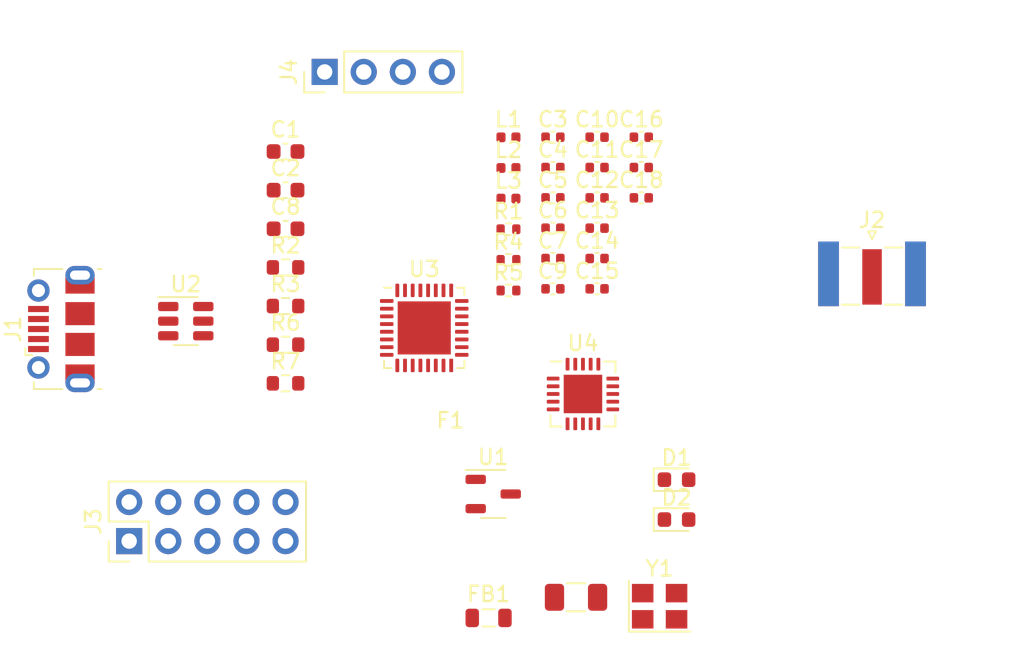
<source format=kicad_pcb>
(kicad_pcb (version 20221018) (generator pcbnew)
  (layers (0 "F.Cu" signal) (31 "B.Cu" signal) (34 "B.Paste" user) (35 "F.Paste" user) (36 "B.SilkS" user "B.Silkscreen") (37 "F.SilkS" user "F.Silkscreen") (38 "B.Mask" user) (39 "F.Mask" user) (44 "Edge.Cuts" user))
  (net 0 "")
  (net 1 "+3V3")
  (net 2 "I2C1_SDA")
  (net 3 "I2C1_SCL")
  (net 4 "Net-(D2-K)")
  (net 5 "GND")
  (net 6 "Net-(D1-K)")
  (net 7 "NRF_XC2")
  (net 8 "NRF_XC1")
  (net 9 "Net-(U4-IREF)")
  (net 10 "Net-(U3-PH3)")
  (net 11 "USB_D+")
  (net 12 "USB_D-")
  (net 13 "USB_CONN_D-")
  (net 14 "+5V")
  (net 15 "USB_CONN_D+")
  (net 16 "Net-(U1-VI)")
  (net 19 "NRST")
  (net 22 "Net-(D2-A)")
  (net 23 "Net-(D1-A)")
  (net 31 "SWDIO")
  (net 32 "SWCLK")
  (net 33 "NRF_IRQ")
  (net 34 "SPI3_SCK")
  (net 35 "SPI3_MISO")
  (net 36 "SPI3_MOSI")
  (net 37 "SPI3_CS")
  (net 38 "NRF_CE")
  (net 39 "NRF_VDD_PA")
  (net 40 "NRF_ANT1")
  (net 41 "NRF_ANT2")
  (net 42 "Net-(U4-DVDD)")
  (net 43 "Net-(F1-Pad2)")
  (net 44 "Net-(C15-Pad2)")
  (net 50 "Net-(J2-In)")
  (footprint "Inductor_SMD:L_0402_1005Metric" (layer "F.Cu") (at 123.7 43.79)
    (fp_text reference "L3" (at 0 -1.17) (layer "F.SilkS"))
    (fp_text value "2n7")
    (pad "1" smd roundrect (at -0.485 0) (size 0.59 0.64) (layers "F.Cu" "F.Paste" "F.Mask") (net 39 "NRF_VDD_PA"))
    (pad "2" smd roundrect (at 0.485 0) (size 0.59 0.64) (layers "F.Cu" "F.Paste" "F.Mask") (net 40 "NRF_ANT1"))
  )
  (footprint "Capacitor_SMD:C_0603_1608Metric" (layer "F.Cu") (at 109.22 45.75)
    (fp_text reference "C8" (at 0 -1.43) (layer "F.SilkS"))
    (fp_text value "10u")
    (fp_line (start -0.14058 -0.51) (end 0.14058 -0.51) (stroke (width 0.12)) (layer "F.SilkS"))
    (fp_line (start -0.14058 0.51) (end 0.14058 0.51) (stroke (width 0.12)) (layer "F.SilkS"))
    (pad "1" smd roundrect (at -0.775 0) (size 0.9 0.95) (layers "F.Cu" "F.Paste" "F.Mask") (net 1 "+3V3"))
    (pad "2" smd roundrect (at 0.775 0) (size 0.9 0.95) (layers "F.Cu" "F.Paste" "F.Mask") (net 5 "GND"))
  )
  (footprint "LED_SMD:LED_0603_1608Metric" (layer "F.Cu") (at 134.62 64.64)
    (fp_text reference "D2" (at 0 -1.43) (layer "F.SilkS"))
    (fp_text value "BLUE")
    (fp_line (start -1.485 -0.735) (end -1.485 0.735) (stroke (width 0.12)) (layer "F.SilkS"))
    (fp_line (start -1.485 0.735) (end 0.8 0.735) (stroke (width 0.12)) (layer "F.SilkS"))
    (fp_line (start 0.8 -0.735) (end -1.485 -0.735) (stroke (width 0.12)) (layer "F.SilkS"))
    (pad "1" smd roundrect (at -0.7875 0) (size 0.875 0.95) (layers "F.Cu" "F.Paste" "F.Mask") (net 4 "Net-(D2-K)"))
    (pad "2" smd roundrect (at 0.7875 0) (size 0.875 0.95) (layers "F.Cu" "F.Paste" "F.Mask") (net 22 "Net-(D2-A)"))
  )
  (footprint "Capacitor_SMD:C_0402_1005Metric" (layer "F.Cu") (at 129.46 43.74)
    (fp_text reference "C12" (at 0 -1.16) (layer "F.SilkS"))
    (fp_text value "33n")
    (fp_line (start -0.107836 -0.36) (end 0.107836 -0.36) (stroke (width 0.12)) (layer "F.SilkS"))
    (fp_line (start -0.107836 0.36) (end 0.107836 0.36) (stroke (width 0.12)) (layer "F.SilkS"))
    (pad "1" smd roundrect (at -0.48 0) (size 0.56 0.62) (layers "F.Cu" "F.Paste" "F.Mask") (net 42 "Net-(U4-DVDD)"))
    (pad "2" smd roundrect (at 0.48 0) (size 0.56 0.62) (layers "F.Cu" "F.Paste" "F.Mask") (net 5 "GND"))
  )
  (footprint "Capacitor_SMD:C_0402_1005Metric" (layer "F.Cu") (at 126.59 45.71)
    (fp_text reference "C6" (at 0 -1.16) (layer "F.SilkS"))
    (fp_text value "100n")
    (fp_line (start -0.107836 -0.36) (end 0.107836 -0.36) (stroke (width 0.12)) (layer "F.SilkS"))
    (fp_line (start -0.107836 0.36) (end 0.107836 0.36) (stroke (width 0.12)) (layer "F.SilkS"))
    (pad "1" smd roundrect (at -0.48 0) (size 0.56 0.62) (layers "F.Cu" "F.Paste" "F.Mask") (net 1 "+3V3"))
    (pad "2" smd roundrect (at 0.48 0) (size 0.56 0.62) (layers "F.Cu" "F.Paste" "F.Mask") (net 5 "GND"))
  )
  (footprint "Capacitor_SMD:C_0402_1005Metric" (layer "F.Cu") (at 129.46 41.77)
    (fp_text reference "C11" (at 0 -1.16) (layer "F.SilkS"))
    (fp_text value "10n")
    (fp_line (start -0.107836 -0.36) (end 0.107836 -0.36) (stroke (width 0.12)) (layer "F.SilkS"))
    (fp_line (start -0.107836 0.36) (end 0.107836 0.36) (stroke (width 0.12)) (layer "F.SilkS"))
    (pad "1" smd roundrect (at -0.48 0) (size 0.56 0.62) (layers "F.Cu" "F.Paste" "F.Mask") (net 1 "+3V3"))
    (pad "2" smd roundrect (at 0.48 0) (size 0.56 0.62) (layers "F.Cu" "F.Paste" "F.Mask") (net 5 "GND"))
  )
  (footprint "Capacitor_SMD:C_0402_1005Metric" (layer "F.Cu") (at 126.59 47.68)
    (fp_text reference "C7" (at 0 -1.16) (layer "F.SilkS"))
    (fp_text value "100n")
    (fp_line (start -0.107836 -0.36) (end 0.107836 -0.36) (stroke (width 0.12)) (layer "F.SilkS"))
    (fp_line (start -0.107836 0.36) (end 0.107836 0.36) (stroke (width 0.12)) (layer "F.SilkS"))
    (pad "1" smd roundrect (at -0.48 0) (size 0.56 0.62) (layers "F.Cu" "F.Paste" "F.Mask") (net 1 "+3V3"))
    (pad "2" smd roundrect (at 0.48 0) (size 0.56 0.62) (layers "F.Cu" "F.Paste" "F.Mask") (net 5 "GND"))
  )
  (footprint "Capacitor_SMD:C_0402_1005Metric" (layer "F.Cu") (at 126.59 39.8)
    (fp_text reference "C3" (at 0 -1.16) (layer "F.SilkS"))
    (fp_text value "100n")
    (fp_line (start -0.107836 -0.36) (end 0.107836 -0.36) (stroke (width 0.12)) (layer "F.SilkS"))
    (fp_line (start -0.107836 0.36) (end 0.107836 0.36) (stroke (width 0.12)) (layer "F.SilkS"))
    (pad "1" smd roundrect (at -0.48 0) (size 0.56 0.62) (layers "F.Cu" "F.Paste" "F.Mask") (net 19 "NRST"))
    (pad "2" smd roundrect (at 0.48 0) (size 0.56 0.62) (layers "F.Cu" "F.Paste" "F.Mask") (net 5 "GND"))
  )
  (footprint "Connector_PinHeader_2.54mm:PinHeader_1x04_P2.54mm_Vertical" (layer "F.Cu") (at 111.76 35.56 90)
    (fp_text reference "J4" (at 0 -2.33 90) (layer "F.SilkS"))
    (fp_text value "Conn_01x04")
    (fp_line (start -1.33 -1.33) (end 0 -1.33) (stroke (width 0.12)) (layer "F.SilkS"))
    (fp_line (start -1.33 0) (end -1.33 -1.33) (stroke (width 0.12)) (layer "F.SilkS"))
    (fp_line (start -1.33 1.27) (end -1.33 8.95) (stroke (width 0.12)) (layer "F.SilkS"))
    (fp_line (start -1.33 1.27) (end 1.33 1.27) (stroke (width 0.12)) (layer "F.SilkS"))
    (fp_line (start -1.33 8.95) (end 1.33 8.95) (stroke (width 0.12)) (layer "F.SilkS"))
    (fp_line (start 1.33 1.27) (end 1.33 8.95) (stroke (width 0.12)) (layer "F.SilkS"))
    (pad "1" thru_hole rect (at 0 0 90) (size 1.7 1.7) (drill 1) (layers "*.Cu" "*.Mask") (net 2 "I2C1_SDA"))
    (pad "2" thru_hole oval (at 0 2.54 90) (size 1.7 1.7) (drill 1) (layers "*.Cu" "*.Mask") (net 3 "I2C1_SCL"))
    (pad "3" thru_hole oval (at 0 5.08 90) (size 1.7 1.7) (drill 1) (layers "*.Cu" "*.Mask") (net 1 "+3V3"))
    (pad "4" thru_hole oval (at 0 7.62 90) (size 1.7 1.7) (drill 1) (layers "*.Cu" "*.Mask") (net 5 "GND"))
  )
  (footprint "Capacitor_SMD:C_0402_1005Metric" (layer "F.Cu") (at 129.46 47.68)
    (fp_text reference "C14" (at 0 -1.16) (layer "F.SilkS"))
    (fp_text value "12p")
    (fp_line (start -0.107836 -0.36) (end 0.107836 -0.36) (stroke (width 0.12)) (layer "F.SilkS"))
    (fp_line (start -0.107836 0.36) (end 0.107836 0.36) (stroke (width 0.12)) (layer "F.SilkS"))
    (pad "1" smd roundrect (at -0.48 0) (size 0.56 0.62) (layers "F.Cu" "F.Paste" "F.Mask") (net 7 "NRF_XC2"))
    (pad "2" smd roundrect (at 0.48 0) (size 0.56 0.62) (layers "F.Cu" "F.Paste" "F.Mask") (net 5 "GND"))
  )
  (footprint "Crystal:Crystal_SMD_3225-4Pin_3.2x2.5mm" (layer "F.Cu") (at 133.52 70.27)
    (fp_text reference "Y1" (at 0 -2.45) (layer "F.SilkS"))
    (fp_text value "16MHz")
    (fp_line (start -2 -1.65) (end -2 1.65) (stroke (width 0.12)) (layer "F.SilkS"))
    (fp_line (start -2 1.65) (end 2 1.65) (stroke (width 0.12)) (layer "F.SilkS"))
    (pad "1" smd rect (at -1.1 0.85) (size 1.4 1.2) (layers "F.Cu" "F.Paste" "F.Mask") (net 8 "NRF_XC1"))
    (pad "2" smd rect (at 1.1 0.85) (size 1.4 1.2) (layers "F.Cu" "F.Paste" "F.Mask") (net 5 "GND"))
    (pad "3" smd rect (at 1.1 -0.85) (size 1.4 1.2) (layers "F.Cu" "F.Paste" "F.Mask") (net 7 "NRF_XC2"))
    (pad "4" smd rect (at -1.1 -0.85) (size 1.4 1.2) (layers "F.Cu" "F.Paste" "F.Mask") (net 5 "GND"))
  )
  (footprint "Resistor_SMD:R_0603_1608Metric" (layer "F.Cu") (at 109.22 53.28)
    (fp_text reference "R6" (at 0 -1.43) (layer "F.SilkS"))
    (fp_text value "2k2")
    (fp_line (start -0.237258 -0.5225) (end 0.237258 -0.5225) (stroke (width 0.12)) (layer "F.SilkS"))
    (fp_line (start -0.237258 0.5225) (end 0.237258 0.5225) (stroke (width 0.12)) (layer "F.SilkS"))
    (pad "1" smd roundrect (at -0.825 0) (size 0.8 0.95) (layers "F.Cu" "F.Paste" "F.Mask") (net 1 "+3V3"))
    (pad "2" smd roundrect (at 0.825 0) (size 0.8 0.95) (layers "F.Cu" "F.Paste" "F.Mask") (net 3 "I2C1_SCL"))
  )
  (footprint "Capacitor_SMD:C_0402_1005Metric" (layer "F.Cu") (at 129.46 45.71)
    (fp_text reference "C13" (at 0 -1.16) (layer "F.SilkS"))
    (fp_text value "12p")
    (fp_line (start -0.107836 -0.36) (end 0.107836 -0.36) (stroke (width 0.12)) (layer "F.SilkS"))
    (fp_line (start -0.107836 0.36) (end 0.107836 0.36) (stroke (width 0.12)) (layer "F.SilkS"))
    (pad "1" smd roundrect (at -0.48 0) (size 0.56 0.62) (layers "F.Cu" "F.Paste" "F.Mask") (net 8 "NRF_XC1"))
    (pad "2" smd roundrect (at 0.48 0) (size 0.56 0.62) (layers "F.Cu" "F.Paste" "F.Mask") (net 5 "GND"))
  )
  (footprint "Resistor_SMD:R_0402_1005Metric" (layer "F.Cu") (at 123.7 45.78)
    (fp_text reference "R1" (at 0 -1.17) (layer "F.SilkS"))
    (fp_text value "10k")
    (fp_line (start -0.153641 -0.38) (end 0.153641 -0.38) (stroke (width 0.12)) (layer "F.SilkS"))
    (fp_line (start -0.153641 0.38) (end 0.153641 0.38) (stroke (width 0.12)) (layer "F.SilkS"))
    (pad "1" smd roundrect (at -0.51 0) (size 0.54 0.64) (layers "F.Cu" "F.Paste" "F.Mask") (net 10 "Net-(U3-PH3)"))
    (pad "2" smd roundrect (at 0.51 0) (size 0.54 0.64) (layers "F.Cu" "F.Paste" "F.Mask") (net 5 "GND"))
  )
  (footprint "Capacitor_SMD:C_0402_1005Metric" (layer "F.Cu") (at 132.33 43.74)
    (fp_text reference "C18" (at 0 -1.16) (layer "F.SilkS"))
    (fp_text value "4p7")
    (fp_line (start -0.107836 -0.36) (end 0.107836 -0.36) (stroke (width 0.12)) (layer "F.SilkS"))
    (fp_line (start -0.107836 0.36) (end 0.107836 0.36) (stroke (width 0.12)) (layer "F.SilkS"))
    (pad "1" smd roundrect (at -0.48 0) (size 0.56 0.62) (layers "F.Cu" "F.Paste" "F.Mask") (net 5 "GND"))
    (pad "2" smd roundrect (at 0.48 0) (size 0.56 0.62) (layers "F.Cu" "F.Paste" "F.Mask") (net 39 "NRF_VDD_PA"))
  )
  (footprint "Resistor_SMD:R_0603_1608Metric" (layer "F.Cu") (at 109.22 50.77)
    (fp_text reference "R3" (at 0 -1.43) (layer "F.SilkS"))
    (fp_text value "2k2")
    (fp_line (start -0.237258 -0.5225) (end 0.237258 -0.5225) (stroke (width 0.12)) (layer "F.SilkS"))
    (fp_line (start -0.237258 0.5225) (end 0.237258 0.5225) (stroke (width 0.12)) (layer "F.SilkS"))
    (pad "1" smd roundrect (at -0.825 0) (size 0.8 0.95) (layers "F.Cu" "F.Paste" "F.Mask") (net 4 "Net-(D2-K)"))
    (pad "2" smd roundrect (at 0.825 0) (size 0.8 0.95) (layers "F.Cu" "F.Paste" "F.Mask") (net 5 "GND"))
  )
  (footprint "LED_SMD:LED_0603_1608Metric" (layer "F.Cu") (at 134.62 62.05)
    (fp_text reference "D1" (at 0 -1.43) (layer "F.SilkS"))
    (fp_text value "GREEN")
    (fp_line (start -1.485 -0.735) (end -1.485 0.735) (stroke (width 0.12)) (layer "F.SilkS"))
    (fp_line (start -1.485 0.735) (end 0.8 0.735) (stroke (width 0.12)) (layer "F.SilkS"))
    (fp_line (start 0.8 -0.735) (end -1.485 -0.735) (stroke (width 0.12)) (layer "F.SilkS"))
    (pad "1" smd roundrect (at -0.7875 0) (size 0.875 0.95) (layers "F.Cu" "F.Paste" "F.Mask") (net 6 "Net-(D1-K)"))
    (pad "2" smd roundrect (at 0.7875 0) (size 0.875 0.95) (layers "F.Cu" "F.Paste" "F.Mask") (net 23 "Net-(D1-A)"))
  )
  (footprint "Package_TO_SOT_SMD:SOT-23-3" (layer "F.Cu") (at 122.71 62.98)
    (fp_text reference "U1" (at 0 -2.4) (layer "F.SilkS"))
    (fp_text value "XC6206P332MR")
    (fp_line (start 0 -1.56) (end -1.8 -1.56) (stroke (width 0.12)) (layer "F.SilkS"))
    (fp_line (start 0 -1.56) (end 0.8 -1.56) (stroke (width 0.12)) (layer "F.SilkS"))
    (fp_line (start 0 1.56) (end -0.8 1.56) (stroke (width 0.12)) (layer "F.SilkS"))
    (fp_line (start 0 1.56) (end 0.8 1.56) (stroke (width 0.12)) (layer "F.SilkS"))
    (pad "1" smd roundrect (at -1.1375 -0.95) (size 1.325 0.6) (layers "F.Cu" "F.Paste" "F.Mask") (net 5 "GND"))
    (pad "2" smd roundrect (at -1.1375 0.95) (size 1.325 0.6) (layers "F.Cu" "F.Paste" "F.Mask") (net 1 "+3V3"))
    (pad "3" smd roundrect (at 1.1375 0) (size 1.325 0.6) (layers "F.Cu" "F.Paste" "F.Mask") (net 16 "Net-(U1-VI)"))
  )
  (footprint "Capacitor_SMD:C_0402_1005Metric" (layer "F.Cu") (at 126.59 43.74)
    (fp_text reference "C5" (at 0 -1.16) (layer "F.SilkS"))
    (fp_text value "100n")
    (fp_line (start -0.107836 -0.36) (end 0.107836 -0.36) (stroke (width 0.12)) (layer "F.SilkS"))
    (fp_line (start -0.107836 0.36) (end 0.107836 0.36) (stroke (width 0.12)) (layer "F.SilkS"))
    (pad "1" smd roundrect (at -0.48 0) (size 0.56 0.62) (layers "F.Cu" "F.Paste" "F.Mask") (net 1 "+3V3"))
    (pad "2" smd roundrect (at 0.48 0) (size 0.56 0.62) (layers "F.Cu" "F.Paste" "F.Mask") (net 5 "GND"))
  )
  (footprint "Connector_PinHeader_2.54mm:PinHeader_2x05_P2.54mm_Vertical" (layer "F.Cu") (at 99.06 66.04 90)
    (fp_text reference "J3" (at 1.27 -2.33 90) (layer "F.SilkS"))
    (fp_text value "10 pin for stlink")
    (fp_line (start -1.33 -1.33) (end 0 -1.33) (stroke (width 0.12)) (layer "F.SilkS"))
    (fp_line (start -1.33 0) (end -1.33 -1.33) (stroke (width 0.12)) (layer "F.SilkS"))
    (fp_line (start -1.33 1.27) (end -1.33 11.49) (stroke (width 0.12)) (layer "F.SilkS"))
    (fp_line (start -1.33 1.27) (end 1.27 1.27) (stroke (width 0.12)) (layer "F.SilkS"))
    (fp_line (start -1.33 11.49) (end 3.87 11.49) (stroke (width 0.12)) (layer "F.SilkS"))
    (fp_line (start 1.27 -1.33) (end 3.87 -1.33) (stroke (width 0.12)) (layer "F.SilkS"))
    (fp_line (start 1.27 1.27) (end 1.27 -1.33) (stroke (width 0.12)) (layer "F.SilkS"))
    (fp_line (start 3.87 -1.33) (end 3.87 11.49) (stroke (width 0.12)) (layer "F.SilkS"))
    (pad "1" thru_hole rect (at 0 0 90) (size 1.7 1.7) (drill 1) (layers "*.Cu" "*.Mask") (net 1 "+3V3"))
    (pad "2" thru_hole oval (at 2.54 0 90) (size 1.7 1.7) (drill 1) (layers "*.Cu" "*.Mask") (net 31 "SWDIO"))
    (pad "3" thru_hole oval (at 0 2.54 90) (size 1.7 1.7) (drill 1) (layers "*.Cu" "*.Mask") (net 5 "GND"))
    (pad "4" thru_hole oval (at 2.54 2.54 90) (size 1.7 1.7) (drill 1) (layers "*.Cu" "*.Mask") (net 32 "SWCLK"))
    (pad "5" thru_hole oval (at 0 5.08 90) (size 1.7 1.7) (drill 1) (layers "*.Cu" "*.Mask") (net 5 "GND"))
    (pad "6" thru_hole oval (at 2.54 5.08 90) (size 1.7 1.7) (drill 1) (layers "*.Cu" "*.Mask"))
    (pad "7" thru_hole oval (at 0 7.62 90) (size 1.7 1.7) (drill 1) (layers "*.Cu" "*.Mask"))
    (pad "8" thru_hole oval (at 2.54 7.62 90) (size 1.7 1.7) (drill 1) (layers "*.Cu" "*.Mask"))
    (pad "9" thru_hole oval (at 0 10.16 90) (size 1.7 1.7) (drill 1) (layers "*.Cu" "*.Mask") (net 5 "GND"))
    (pad "10" thru_hole oval (at 2.54 10.16 90) (size 1.7 1.7) (drill 1) (layers "*.Cu" "*.Mask") (net 19 "NRST"))
  )
  (footprint "Resistor_SMD:R_0402_1005Metric" (layer "F.Cu") (at 123.7 47.77)
    (fp_text reference "R4" (at 0 -1.17) (layer "F.SilkS"))
    (fp_text value "22k")
    (fp_line (start -0.153641 -0.38) (end 0.153641 -0.38) (stroke (width 0.12)) (layer "F.SilkS"))
    (fp_line (start -0.153641 0.38) (end 0.153641 0.38) (stroke (width 0.12)) (layer "F.SilkS"))
    (pad "1" smd roundrect (at -0.51 0) (size 0.54 0.64) (layers "F.Cu" "F.Paste" "F.Mask") (net 9 "Net-(U4-IREF)"))
    (pad "2" smd roundrect (at 0.51 0) (size 0.54 0.64) (layers "F.Cu" "F.Paste" "F.Mask") (net 5 "GND"))
  )
  (footprint "Capacitor_SMD:C_0402_1005Metric" (layer "F.Cu") (at 126.59 49.65)
    (fp_text reference "C9" (at 0 -1.16) (layer "F.SilkS"))
    (fp_text value "10n")
    (fp_line (start -0.107836 -0.36) (end 0.107836 -0.36) (stroke (width 0.12)) (layer "F.SilkS"))
    (fp_line (start -0.107836 0.36) (end 0.107836 0.36) (stroke (width 0.12)) (layer "F.SilkS"))
    (pad "1" smd roundrect (at -0.48 0) (size 0.56 0.62) (layers "F.Cu" "F.Paste" "F.Mask") (net 1 "+3V3"))
    (pad "2" smd roundrect (at 0.48 0) (size 0.56 0.62) (layers "F.Cu" "F.Paste" "F.Mask") (net 5 "GND"))
  )
  (footprint "Package_TO_SOT_SMD:SOT-23-6" (layer "F.Cu") (at 102.7375 51.75)
    (fp_text reference "U2" (at 0 -2.4) (layer "F.SilkS"))
    (fp_text value "USBLC6-2SC6")
    (fp_line (start 0 -1.56) (end -1.8 -1.56) (stroke (width 0.12)) (layer "F.SilkS"))
    (fp_line (start 0 -1.56) (end 0.8 -1.56) (stroke (width 0.12)) (layer "F.SilkS"))
    (fp_line (start 0 1.56) (end -0.8 1.56) (stroke (width 0.12)) (layer "F.SilkS"))
    (fp_line (start 0 1.56) (end 0.8 1.56) (stroke (width 0.12)) (layer "F.SilkS"))
    (pad "1" smd roundrect (at -1.1375 -0.95) (size 1.325 0.6) (layers "F.Cu" "F.Paste" "F.Mask") (net 11 "USB_D+"))
    (pad "2" smd roundrect (at -1.1375 0) (size 1.325 0.6) (layers "F.Cu" "F.Paste" "F.Mask") (net 5 "GND"))
    (pad "3" smd roundrect (at -1.1375 0.95) (size 1.325 0.6) (layers "F.Cu" "F.Paste" "F.Mask") (net 12 "USB_D-"))
    (pad "4" smd roundrect (at 1.1375 0.95) (size 1.325 0.6) (layers "F.Cu" "F.Paste" "F.Mask") (net 13 "USB_CONN_D-"))
    (pad "5" smd roundrect (at 1.1375 0) (size 1.325 0.6) (layers "F.Cu" "F.Paste" "F.Mask") (net 14 "+5V"))
    (pad "6" smd roundrect (at 1.1375 -0.95) (size 1.325 0.6) (layers "F.Cu" "F.Paste" "F.Mask") (net 15 "USB_CONN_D+"))
  )
  (footprint "Capacitor_SMD:C_0402_1005Metric" (layer "F.Cu") (at 132.33 41.77)
    (fp_text reference "C17" (at 0 -1.16) (layer "F.SilkS"))
    (fp_text value "2n2")
    (fp_line (start -0.107836 -0.36) (end 0.107836 -0.36) (stroke (width 0.12)) (layer "F.SilkS"))
    (fp_line (start -0.107836 0.36) (end 0.107836 0.36) (stroke (width 0.12)) (layer "F.SilkS"))
    (pad "1" smd roundrect (at -0.48 0) (size 0.56 0.62) (layers "F.Cu" "F.Paste" "F.Mask") (net 5 "GND"))
    (pad "2" smd roundrect (at 0.48 0) (size 0.56 0.62) (layers "F.Cu" "F.Paste" "F.Mask") (net 39 "NRF_VDD_PA"))
  )
  (footprint "Capacitor_SMD:C_0603_1608Metric" (layer "F.Cu") (at 109.22 40.73)
    (fp_text reference "C1" (at 0 -1.43) (layer "F.SilkS"))
    (fp_text value "10u")
    (fp_line (start -0.14058 -0.51) (end 0.14058 -0.51) (stroke (width 0.12)) (layer "F.SilkS"))
    (fp_line (start -0.14058 0.51) (end 0.14058 0.51) (stroke (width 0.12)) (layer "F.SilkS"))
    (pad "1" smd roundrect (at -0.775 0) (size 0.9 0.95) (layers "F.Cu" "F.Paste" "F.Mask") (net 16 "Net-(U1-VI)"))
    (pad "2" smd roundrect (at 0.775 0) (size 0.9 0.95) (layers "F.Cu" "F.Paste" "F.Mask") (net 5 "GND"))
  )
  (footprint "Resistor_SMD:R_0603_1608Metric" (layer "F.Cu") (at 109.22 55.79)
    (fp_text reference "R7" (at 0 -1.43) (layer "F.SilkS"))
    (fp_text value "2k2")
    (fp_line (start -0.237258 -0.5225) (end 0.237258 -0.5225) (stroke (width 0.12)) (layer "F.SilkS"))
    (fp_line (start -0.237258 0.5225) (end 0.237258 0.5225) (stroke (width 0.12)) (layer "F.SilkS"))
    (pad "1" smd roundrect (at -0.825 0) (size 0.8 0.95) (layers "F.Cu" "F.Paste" "F.Mask") (net 1 "+3V3"))
    (pad "2" smd roundrect (at 0.825 0) (size 0.8 0.95) (layers "F.Cu" "F.Paste" "F.Mask") (net 2 "I2C1_SDA"))
  )
  (footprint "Resistor_SMD:R_0402_1005Metric" (layer "F.Cu") (at 123.7 49.76)
    (fp_text reference "R5" (at 0 -1.17) (layer "F.SilkS"))
    (fp_text value "1M")
    (fp_line (start -0.153641 -0.38) (end 0.153641 -0.38) (stroke (width 0.12)) (layer "F.SilkS"))
    (fp_line (start -0.153641 0.38) (end 0.153641 0.38) (stroke (width 0.12)) (layer "F.SilkS"))
    (pad "1" smd roundrect (at -0.51 0) (size 0.54 0.64) (layers "F.Cu" "F.Paste" "F.Mask") (net 7 "NRF_XC2"))
    (pad "2" smd roundrect (at 0.51 0) (size 0.54 0.64) (layers "F.Cu" "F.Paste" "F.Mask") (net 8 "NRF_XC1"))
  )
  (footprint "Connector_USB:USB_Micro-B_Molex-105017-0001" (layer "F.Cu") (at 94.63 52.2625 90)
    (fp_text reference "J1" (at 0 -3.1125 90) (layer "F.SilkS"))
    (fp_text value "USB_B_Micro")
    (fp_line (start -3.9 -1.7625) (end -3.45 -1.7625) (stroke (width 0.12)) (layer "F.SilkS"))
    (fp_line (start -3.9 0.0875) (end -3.9 -1.7625) (stroke (width 0.12)) (layer "F.SilkS"))
    (fp_line (start -3.9 2.6375) (end -3.9 2.3875) (stroke (width 0.12)) (layer "F.SilkS"))
    (fp_line (start -1.7 -2.3125) (end -1.7 -1.8625) (stroke (width 0.12)) (layer "F.SilkS"))
    (fp_line (start -1.7 -2.3125) (end -1.25 -2.3125) (stroke (width 0.12)) (layer "F.SilkS"))
    (fp_line (start 3.9 -1.7625) (end 3.45 -1.7625) (stroke (width 0.12)) (layer "F.SilkS"))
    (fp_line (start 3.9 0.0875) (end 3.9 -1.7625) (stroke (width 0.12)) (layer "F.SilkS"))
    (fp_line (start 3.9 2.6375) (end 3.9 2.3875) (stroke (width 0.12)) (layer "F.SilkS"))
    (pad "1" smd rect (at -1.3 -1.4625 90) (size 0.4 1.35) (layers "F.Cu" "F.Paste" "F.Mask") (net 14 "+5V"))
    (pad "2" smd rect (at -0.65 -1.4625 90) (size 0.4 1.35) (layers "F.Cu" "F.Paste" "F.Mask") (net 13 "USB_CONN_D-"))
    (pad "3" smd rect (at 0 -1.4625 90) (size 0.4 1.35) (layers "F.Cu" "F.Paste" "F.Mask") (net 15 "USB_CONN_D+"))
    (pad "4" smd rect (at 0.65 -1.4625 90) (size 0.4 1.35) (layers "F.Cu" "F.Paste" "F.Mask"))
    (pad "5" smd rect (at 1.3 -1.4625 90) (size 0.4 1.35) (layers "F.Cu" "F.Paste" "F.Mask") (net 5 "GND"))
    (pad "6" thru_hole oval (at -3.5 1.2375 270) (size 1.2 1.9) (drill oval 0.6 1.3) (layers "*.Cu" "*.Mask"))
    (pad "6" smd rect (at -2.9 1.2375 90) (size 1.2 1.9) (layers "F.Cu" "F.Mask"))
    (pad "6" thru_hole circle (at -2.5 -1.4625 90) (size 1.45 1.45) (drill 0.85) (layers "*.Cu" "*.Mask"))
    (pad "6" smd rect (at -1 1.2375 90) (size 1.5 1.9) (layers "F.Cu" "F.Paste" "F.Mask"))
    (pad "6" smd rect (at 1 1.2375 90) (size 1.5 1.9) (layers "F.Cu" "F.Paste" "F.Mask"))
    (pad "6" thru_hole circle (at 2.5 -1.4625 90) (size 1.45 1.45) (drill 0.85) (layers "*.Cu" "*.Mask"))
    (pad "6" smd rect (at 2.9 1.2375 90) (size 1.2 1.9) (layers "F.Cu" "F.Mask"))
    (pad "6" thru_hole oval (at 3.5 1.2375 90) (size 1.2 1.9) (drill oval 0.6 1.3) (layers "*.Cu" "*.Mask"))
  )
  (footprint "Capacitor_SMD:C_0402_1005Metric" (layer "F.Cu") (at 129.46 49.65)
    (fp_text reference "C15" (at 0 -1.16) (layer "F.SilkS"))
    (fp_text value "1p5")
    (fp_line (start -0.107836 -0.36) (end 0.107836 -0.36) (stroke (width 0.12)) (layer "F.SilkS"))
    (fp_line (start -0.107836 0.36) (end 0.107836 0.36) (stroke (width 0.12)) (layer "F.SilkS"))
    (pad "1" smd roundrect (at -0.48 0) (size 0.56 0.62) (layers "F.Cu" "F.Paste" "F.Mask") (net 50 "Net-(J2-In)"))
    (pad "2" smd roundrect (at 0.48 0) (size 0.56 0.62) (layers "F.Cu" "F.Paste" "F.Mask") (net 44 "Net-(C15-Pad2)"))
  )
  (footprint "Package_DFN_QFN:QFN-20-1EP_4x4mm_P0.5mm_EP2.5x2.5mm" (layer "F.Cu") (at 128.54 56.4825)
    (fp_text reference "U4" (at 0 -3.3) (layer "F.SilkS"))
    (fp_text value "nRF24L01P")
    (fp_line (start -2.11 2.11) (end -2.11 1.385) (stroke (width 0.12)) (layer "F.SilkS"))
    (fp_line (start -1.385 -2.11) (end -2.11 -2.11) (stroke (width 0.12)) (layer "F.SilkS"))
    (fp_line (start -1.385 2.11) (end -2.11 2.11) (stroke (width 0.12)) (layer "F.SilkS"))
    (fp_line (start 1.385 -2.11) (end 2.11 -2.11) (stroke (width 0.12)) (layer "F.SilkS"))
    (fp_line (start 1.385 2.11) (end 2.11 2.11) (stroke (width 0.12)) (layer "F.SilkS"))
    (fp_line (start 2.11 -2.11) (end 2.11 -1.385) (stroke (width 0.12)) (layer "F.SilkS"))
    (fp_line (start 2.11 2.11) (end 2.11 1.385) (stroke (width 0.12)) (layer "F.SilkS"))
    (pad "1" smd roundrect (at -1.9375 -1) (size 0.825 0.25) (layers "F.Cu" "F.Paste" "F.Mask") (net 38 "NRF_CE"))
    (pad "2" smd roundrect (at -1.9375 -0.5) (size 0.825 0.25) (layers "F.Cu" "F.Paste" "F.Mask") (net 37 "SPI3_CS"))
    (pad "3" smd roundrect (at -1.9375 0) (size 0.825 0.25) (layers "F.Cu" "F.Paste" "F.Mask") (net 34 "SPI3_SCK"))
    (pad "4" smd roundrect (at -1.9375 0.5) (size 0.825 0.25) (layers "F.Cu" "F.Paste" "F.Mask") (net 36 "SPI3_MOSI"))
    (pad "5" smd roundrect (at -1.9375 1) (size 0.825 0.25) (layers "F.Cu" "F.Paste" "F.Mask") (net 35 "SPI3_MISO"))
    (pad "6" smd roundrect (at -1 1.9375) (size 0.25 0.825) (layers "F.Cu" "F.Paste" "F.Mask") (net 33 "NRF_IRQ"))
    (pad "7" smd roundrect (at -0.5 1.9375) (size 0.25 0.825) (layers "F.Cu" "F.Paste" "F.Mask") (net 1 "+3V3"))
    (pad "8" smd roundrect (at 0 1.9375) (size 0.25 0.825) (layers "F.Cu" "F.Paste" "F.Mask") (net 5 "GND"))
    (pad "9" smd roundrect (at 0.5 1.9375) (size 0.25 0.825) (layers "F.Cu" "F.Paste" "F.Mask") (net 7 "NRF_XC2"))
    (pad "10" smd roundrect (at 1 1.9375) (size 0.25 0.825) (layers "F.Cu" "F.Paste" "F.Mask") (net 8 "NRF_XC1"))
    (pad "11" smd roundrect (at 1.9375 1) (size 0.825 0.25) (layers "F.Cu" "F.Paste" "F.Mask") (net 39 "NRF_VDD_PA"))
    (pad "12" smd roundrect (at 1.9375 0.5) (size 0.825 0.25) (layers "F.Cu" "F.Paste" "F.Mask") (net 40 "NRF_ANT1"))
    (pad "13" smd roundrect (at 1.9375 0) (size 0.825 0.25) (layers "F.Cu" "F.Paste" "F.Mask") (net 41 "NRF_ANT2"))
    (pad "14" smd roundrect (at 1.9375 -0.5) (size 0.825 0.25) (layers "F.Cu" "F.Paste" "F.Mask") (net 5 "GND"))
    (pad "15" smd roundrect (at 1.9375 -1) (size 0.825 0.25) (layers "F.Cu" "F.Paste" "F.Mask") (net 1 "+3V3"))
    (pad "16" smd roundrect (at 1 -1.9375) (size 0.25 0.825) (layers "F.Cu" "F.Paste" "F.Mask") (net 9 "Net-(U4-IREF)"))
    (pad "17" smd roundrect (at 0.5 -1.9375) (size 0.25 0.825) (layers "F.Cu" "F.Paste" "F.Mask") (net 5 "GND"))
    (pad "18" smd roundrect (at 0 -1.9375) (size 0.25 0.825) (layers "F.Cu" "F.Paste" "F.Mask") (net 1 "+3V3"))
    (pad "19" smd roundrect (at -0.5 -1.9375) (size 0.25 0.825) (layers "F.Cu" "F.Paste" "F.Mask") (net 42 "Net-(U4-DVDD)"))
    (pad "20" smd roundrect (at -1 -1.9375) (size 0.25 0.825) (layers "F.Cu" "F.Paste" "F.Mask") (net 5 "GND"))
    (pad "21" smd rect (at 0 0) (size 2.5 2.5) (layers "F.Cu" "F.Mask"))
  )
  (footprint "Connector_Coaxial:SMA_Samtec_SMA-J-P-X-ST-EM1_EdgeMount" (layer "F.Cu") (at 147.32 48.6775)
    (fp_text reference "J2" (at 0 -3.5) (layer "F.SilkS"))
    (fp_text value "SMA")
    (fp_line (start -1.95 -1.71) (end -0.84 -1.71) (stroke (width 0.12)) (layer "F.SilkS"))
    (fp_line (start -1.95 2) (end -0.84 2) (stroke (width 0.12)) (layer "F.SilkS"))
    (fp_line (start -0.25 -2.76) (end 0 -2.26) (stroke (width 0.12)) (layer "F.SilkS"))
    (fp_line (start 0 -2.26) (end 0.25 -2.76) (stroke (width 0.12)) (layer "F.SilkS"))
    (fp_line (start 0.25 -2.76) (end -0.25 -2.76) (stroke (width 0.12)) (layer "F.SilkS"))
    (fp_line (start 0.84 -1.71) (end 1.95 -1.71) (stroke (width 0.12)) (layer "F.SilkS"))
    (fp_line (start 0.84 2) (end 1.95 2) (stroke (width 0.12)) (layer "F.SilkS"))
    (pad "1" smd rect (at 0 0.2) (size 1.27 3.6) (layers "F.Cu" "F.Paste" "F.Mask") (net 50 "Net-(J2-In)"))
    (pad "2" smd rect (at -2.825 0) (size 1.35 4.2) (layers "F.Cu" "F.Paste" "F.Mask") (net 5 "GND"))
    (pad "2" smd rect (at -2.825 0) (size 1.35 4.2) (layers "B.Cu" "B.Paste" "B.Mask") (net 5 "GND"))
    (pad "2" smd rect (at 2.825 0) (size 1.35 4.2) (layers "F.Cu" "F.Paste" "F.Mask") (net 5 "GND"))
    (pad "2" smd rect (at 2.825 0) (size 1.35 4.2) (layers "B.Cu" "B.Paste" "B.Mask") (net 5 "GND"))
  )
  (footprint "Fuse:Fuse_1206_3216Metric" (layer "F.Cu") (at 128.09 69.69)
    (fp_text reference "F1" (at -8.16 -11.49) (layer "F.SilkS"))
    (fp_text value "100mA")
    (fp_line (start -0.602064 -0.91) (end 0.602064 -0.91) (stroke (width 0.12)) (layer "F.SilkS"))
    (fp_line (start -0.602064 0.91) (end 0.602064 0.91) (stroke (width 0.12)) (layer "F.SilkS"))
    (pad "1" smd roundrect (at -1.4 0) (size 1.25 1.75) (layers "F.Cu" "F.Paste" "F.Mask") (roundrect_rratio 0.2) (net 14 "+5V"))
    (pad "2" smd roundrect (at 1.4 0) (size 1.25 1.75) (layers "F.Cu" "F.Paste" "F.Mask") (roundrect_rratio 0.2) (net 43 "Net-(F1-Pad2)"))
  )
  (footprint "Inductor_SMD:L_0805_2012Metric" (layer "F.Cu") (at 122.41 71.03)
    (fp_text reference "FB1" (at 0 -1.55) (layer "F.SilkS"))
    (fp_text value "100 @ 100MHz")
    (fp_line (start -0.399622 -0.56) (end 0.399622 -0.56) (stroke (width 0.12)) (layer "F.SilkS"))
    (fp_line (start -0.399622 0.56) (end 0.399622 0.56) (stroke (width 0.12)) (layer "F.SilkS"))
    (pad "1" smd roundrect (at -1.0625 0) (size 0.875 1.2) (layers "F.Cu" "F.Paste" "F.Mask") (net 43 "Net-(F1-Pad2)"))
    (pad "2" smd roundrect (at 1.0625 0) (size 0.875 1.2) (layers "F.Cu" "F.Paste" "F.Mask") (net 16 "Net-(U1-VI)"))
  )
  (footprint "Inductor_SMD:L_0402_1005Metric" (layer "F.Cu") (at 123.7 39.81)
    (fp_text reference "L1" (at 0 -1.17) (layer "F.SilkS"))
    (fp_text value "3n9")
    (pad "1" smd roundrect (at -0.485 0) (size 0.59 0.64) (layers "F.Cu" "F.Paste" "F.Mask") (net 41 "NRF_ANT2"))
    (pad "2" smd roundrect (at 0.485 0) (size 0.59 0.64) (layers "F.Cu" "F.Paste" "F.Mask") (net 44 "Net-(C15-Pad2)"))
  )
  (footprint "Capacitor_SMD:C_0402_1005Metric" (layer "F.Cu") (at 129.46 39.8)
    (fp_text reference "C10" (at 0 -1.16) (layer "F.SilkS"))
    (fp_text value "10n")
    (fp_line (start -0.107836 -0.36) (end 0.107836 -0.36) (stroke (width 0.12)) (layer "F.SilkS"))
    (fp_line (start -0.107836 0.36) (end 0.107836 0.36) (stroke (width 0.12)) (layer "F.SilkS"))
    (pad "1" smd roundrect (at -0.48 0) (size 0.56 0.62) (layers "F.Cu" "F.Paste" "F.Mask") (net 1 "+3V3"))
    (pad "2" smd roundrect (at 0.48 0) (size 0.56 0.62) (layers "F.Cu" "F.Paste" "F.Mask") (net 5 "GND"))
  )
  (footprint "Inductor_SMD:L_0402_1005Metric" (layer "F.Cu") (at 123.7 41.8)
    (fp_text reference "L2" (at 0 -1.17) (layer "F.SilkS"))
    (fp_text value "8n2")
    (pad "1" smd roundrect (at -0.485 0) (size 0.59 0.64) (layers "F.Cu" "F.Paste" "F.Mask") (net 41 "NRF_ANT2"))
    (pad "2" smd roundrect (at 0.485 0) (size 0.59 0.64) (layers "F.Cu" "F.Paste" "F.Mask") (net 40 "NRF_ANT1"))
  )
  (footprint "Resistor_SMD:R_0603_1608Metric" (layer "F.Cu") (at 109.22 48.26)
    (fp_text reference "R2" (at 0 -1.43) (layer "F.SilkS"))
    (fp_text value "2k2")
    (fp_line (start -0.237258 -0.5225) (end 0.237258 -0.5225) (stroke (width 0.12)) (layer "F.SilkS"))
    (fp_line (start -0.237258 0.5225) (end 0.237258 0.5225) (stroke (width 0.12)) (layer "F.SilkS"))
    (pad "1" smd roundrect (at -0.825 0) (size 0.8 0.95) (layers "F.Cu" "F.Paste" "F.Mask") (net 6 "Net-(D1-K)"))
    (pad "2" smd roundrect (at 0.825 0) (size 0.8 0.95) (layers "F.Cu" "F.Paste" "F.Mask") (net 5 "GND"))
  )
  (footprint "Capacitor_SMD:C_0402_1005Metric" (layer "F.Cu") (at 132.33 39.8)
    (fp_text reference "C16" (at 0 -1.16) (layer "F.SilkS"))
    (fp_text value "1p")
    (fp_line (start -0.107836 -0.36) (end 0.107836 -0.36) (stroke (width 0.12)) (layer "F.SilkS"))
    (fp_line (start -0.107836 0.36) (end 0.107836 0.36) (stroke (width 0.12)) (layer "F.SilkS"))
    (pad "1" smd roundrect (at -0.48 0) (size 0.56 0.62) (layers "F.Cu" "F.Paste" "F.Mask") (net 5 "GND"))
    (pad "2" smd roundrect (at 0.48 0) (size 0.56 0.62) (layers "F.Cu" "F.Paste" "F.Mask") (net 50 "Net-(J2-In)"))
  )
  (footprint "Package_DFN_QFN:QFN-32-1EP_5x5mm_P0.5mm_EP3.45x3.45mm" (layer "F.Cu") (at 118.23 52.19)
    (fp_text reference "U3" (at 0 -3.82) (layer "F.SilkS"))
    (fp_text value "STM32L432KBUx")
    (fp_line (start -2.61 2.61) (end -2.61 2.135) (stroke (width 0.12)) (layer "F.SilkS"))
    (fp_line (start -2.135 -2.61) (end -2.61 -2.61) (stroke (width 0.12)) (layer "F.SilkS"))
    (fp_line (start -2.135 2.61) (end -2.61 2.61) (stroke (width 0.12)) (layer "F.SilkS"))
    (fp_line (start 2.135 -2.61) (end 2.61 -2.61) (stroke (width 0.12)) (layer "F.SilkS"))
    (fp_line (start 2.135 2.61) (end 2.61 2.61) (stroke (width 0.12)) (layer "F.SilkS"))
    (fp_line (start 2.61 -2.61) (end 2.61 -2.135) (stroke (width 0.12)) (layer "F.SilkS"))
    (fp_line (start 2.61 2.61) (end 2.61 2.135) (stroke (width 0.12)) (layer "F.SilkS"))
    (pad "1" smd roundrect (at -2.4375 -1.75) (size 0.875 0.25) (layers "F.Cu" "F.Paste" "F.Mask") (net 1 "+3V3"))
    (pad "2" smd roundrect (at -2.4375 -1.25) (size 0.875 0.25) (layers "F.Cu" "F.Paste" "F.Mask"))
    (pad "3" smd roundrect (at -2.4375 -0.75) (size 0.875 0.25) (layers "F.Cu" "F.Paste" "F.Mask"))
    (pad "4" smd roundrect (at -2.4375 -0.25) (size 0.875 0.25) (layers "F.Cu" "F.Paste" "F.Mask") (net 19 "NRST"))
    (pad "5" smd roundrect (at -2.4375 0.25) (size 0.875 0.25) (layers "F.Cu" "F.Paste" "F.Mask") (net 1 "+3V3"))
    (pad "6" smd roundrect (at -2.4375 0.75) (size 0.875 0.25) (layers "F.Cu" "F.Paste" "F.Mask"))
    (pad "7" smd roundrect (at -2.4375 1.25) (size 0.875 0.25) (layers "F.Cu" "F.Paste" "F.Mask"))
    (pad "8" smd roundrect (at -2.4375 1.75) (size 0.875 0.25) (layers "F.Cu" "F.Paste" "F.Mask") (net 22 "Net-(D2-A)"))
    (pad "9" smd roundrect (at -1.75 2.4375) (size 0.25 0.875) (layers "F.Cu" "F.Paste" "F.Mask") (net 23 "Net-(D1-A)"))
    (pad "10" smd roundrect (at -1.25 2.4375) (size 0.25 0.875) (layers "F.Cu" "F.Paste" "F.Mask"))
    (pad "11" smd roundrect (at -0.75 2.4375) (size 0.25 0.875) (layers "F.Cu" "F.Paste" "F.Mask"))
    (pad "12" smd roundrect (at -0.25 2.4375) (size 0.25 0.875) (layers "F.Cu" "F.Paste" "F.Mask"))
    (pad "13" smd roundrect (at 0.25 2.4375) (size 0.25 0.875) (layers "F.Cu" "F.Paste" "F.Mask"))
    (pad "14" smd roundrect (at 0.75 2.4375) (size 0.25 0.875) (layers "F.Cu" "F.Paste" "F.Mask"))
    (pad "15" smd roundrect (at 1.25 2.4375) (size 0.25 0.875) (layers "F.Cu" "F.Paste" "F.Mask"))
    (pad "16" smd roundrect (at 1.75 2.4375) (size 0.25 0.875) (layers "F.Cu" "F.Paste" "F.Mask") (net 5 "GND"))
    (pad "17" smd roundrect (at 2.4375 1.75) (size 0.875 0.25) (layers "F.Cu" "F.Paste" "F.Mask") (net 1 "+3V3"))
    (pad "18" smd roundrect (at 2.4375 1.25) (size 0.875 0.25) (layers "F.Cu" "F.Paste" "F.Mask"))
    (pad "19" smd roundrect (at 2.4375 0.75) (size 0.875 0.25) (layers "F.Cu" "F.Paste" "F.Mask") (net 3 "I2C1_SCL"))
    (pad "20" smd roundrect (at 2.4375 0.25) (size 0.875 0.25) (layers "F.Cu" "F.Paste" "F.Mask") (net 2 "I2C1_SDA"))
    (pad "21" smd roundrect (at 2.4375 -0.25) (size 0.875 0.25) (layers "F.Cu" "F.Paste" "F.Mask") (net 12 "USB_D-"))
    (pad "22" smd roundrect (at 2.4375 -0.75) (size 0.875 0.25) (layers "F.Cu" "F.Paste" "F.Mask") (net 11 "USB_D+"))
    (pad "23" smd roundrect (at 2.4375 -1.25) (size 0.875 0.25) (layers "F.Cu" "F.Paste" "F.Mask") (net 31 "SWDIO"))
    (pad "24" smd roundrect (at 2.4375 -1.75) (size 0.875 0.25) (layers "F.Cu" "F.Paste" "F.Mask") (net 32 "SWCLK"))
    (pad "25" smd roundrect (at 1.75 -2.4375) (size 0.25 0.875) (layers "F.Cu" "F.Paste" "F.Mask") (net 33 "NRF_IRQ"))
    (pad "26" smd roundrect (at 1.25 -2.4375) (size 0.25 0.875) (layers "F.Cu" "F.Paste" "F.Mask") (net 34 "SPI3_SCK"))
    (pad "27" smd roundrect (at 0.75 -2.4375) (size 0.25 0.875) (layers "F.Cu" "F.Paste" "F.Mask") (net 35 "SPI3_MISO"))
    (pad "28" smd roundrect (at 0.25 -2.4375) (size 0.25 0.875) (layers "F.Cu" "F.Paste" "F.Mask") (net 36 "SPI3_MOSI"))
    (pad "29" smd roundrect (at -0.25 -2.4375) (size 0.25 0.875) (layers "F.Cu" "F.Paste" "F.Mask") (net 37 "SPI3_CS"))
    (pad "30" smd roundrect (at -0.75 -2.4375) (size 0.25 0.875) (layers "F.Cu" "F.Paste" "F.Mask") (net 38 "NRF_CE"))
    (pad "31" smd roundrect (at -1.25 -2.4375) (size 0.25 0.875) (layers "F.Cu" "F.Paste" "F.Mask") (net 10 "Net-(U3-PH3)"))
    (pad "32" smd roundrect (at -1.75 -2.4375) (size 0.25 0.875) (layers "F.Cu" "F.Paste" "F.Mask") (net 5 "GND"))
    (pad "33" smd rect (at 0 0) (size 3.45 3.45) (layers "F.Cu" "F.Mask") (net 5 "GND"))
  )
  (footprint "Capacitor_SMD:C_0402_1005Metric" (layer "F.Cu") (at 126.59 41.77)
    (fp_text reference "C4" (at 0 -1.16) (layer "F.SilkS"))
    (fp_text value "1u")
    (fp_line (start -0.107836 -0.36) (end 0.107836 -0.36) (stroke (width 0.12)) (layer "F.SilkS"))
    (fp_line (start -0.107836 0.36) (end 0.107836 0.36) (stroke (width 0.12)) (layer "F.SilkS"))
    (pad "1" smd roundrect (at -0.48 0) (size 0.56 0.62) (layers "F.Cu" "F.Paste" "F.Mask") (net 1 "+3V3"))
    (pad "2" smd roundrect (at 0.48 0) (size 0.56 0.62) (layers "F.Cu" "F.Paste" "F.Mask") (net 5 "GND"))
  )
  (footprint "Capacitor_SMD:C_0603_1608Metric" (layer "F.Cu") (at 109.22 43.24)
    (fp_text reference "C2" (at 0 -1.43) (layer "F.SilkS"))
    (fp_text value "10u")
    (fp_line (start -0.14058 -0.51) (end 0.14058 -0.51) (stroke (width 0.12)) (layer "F.SilkS"))
    (fp_line (start -0.14058 0.51) (end 0.14058 0.51) (stroke (width 0.12)) (layer "F.SilkS"))
    (pad "1" smd roundrect (at -0.775 0) (size 0.9 0.95) (layers "F.Cu" "F.Paste" "F.Mask") (net 1 "+3V3"))
    (pad "2" smd roundrect (at 0.775 0) (size 0.9 0.95) (layers "F.Cu" "F.Paste" "F.Mask") (net 5 "GND"))
  )
)
</source>
